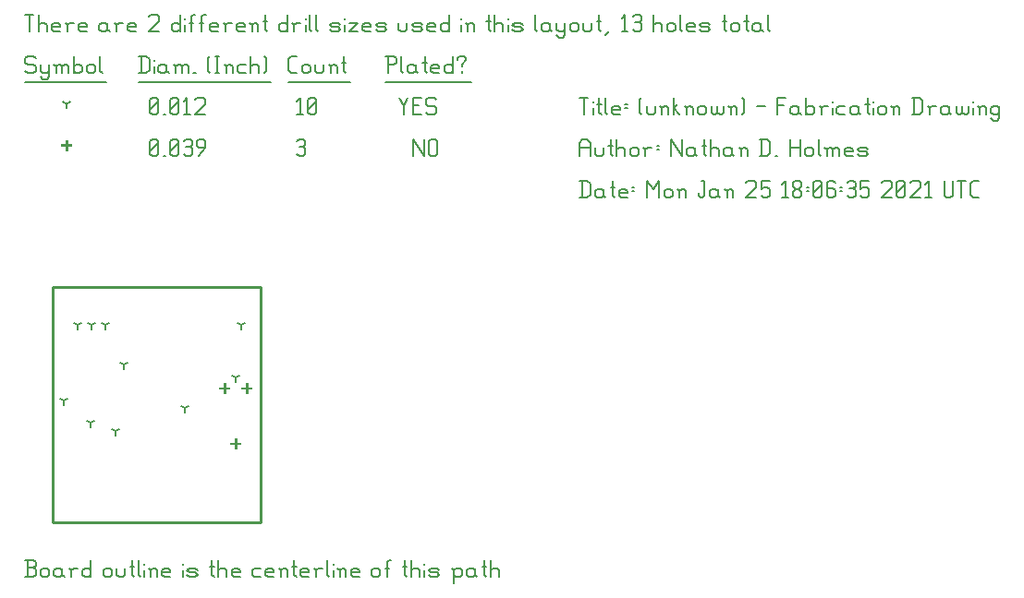
<source format=gbr>
G04 start of page 13 for group -3984 idx -3984 *
G04 Title: (unknown), fab *
G04 Creator: pcb 4.0.2 *
G04 CreationDate: Mon Jan 25 18:06:35 2021 UTC *
G04 For: ndholmes *
G04 Format: Gerber/RS-274X *
G04 PCB-Dimensions (mil): 950.00 1050.00 *
G04 PCB-Coordinate-Origin: lower left *
%MOIN*%
%FSLAX25Y25*%
%LNFAB*%
%ADD36C,0.0100*%
%ADD35C,0.0075*%
%ADD34C,0.0060*%
%ADD33R,0.0080X0.0080*%
G54D33*X76000Y40100D02*Y36900D01*
X74400Y38500D02*X77600D01*
X80000Y60100D02*Y56900D01*
X78400Y58500D02*X81600D01*
X72000Y60100D02*Y56900D01*
X70400Y58500D02*X73600D01*
X15000Y147850D02*Y144650D01*
X13400Y146250D02*X16600D01*
G54D34*X140000Y148500D02*Y142500D01*
Y148500D02*X143750Y142500D01*
Y148500D02*Y142500D01*
X145550Y147750D02*Y143250D01*
Y147750D02*X146300Y148500D01*
X147800D01*
X148550Y147750D01*
Y143250D01*
X147800Y142500D02*X148550Y143250D01*
X146300Y142500D02*X147800D01*
X145550Y143250D02*X146300Y142500D01*
X98000Y147750D02*X98750Y148500D01*
X100250D01*
X101000Y147750D01*
X100250Y142500D02*X101000Y143250D01*
X98750Y142500D02*X100250D01*
X98000Y143250D02*X98750Y142500D01*
Y145800D02*X100250D01*
X101000Y147750D02*Y146550D01*
Y145050D02*Y143250D01*
Y145050D02*X100250Y145800D01*
X101000Y146550D02*X100250Y145800D01*
X45000Y143250D02*X45750Y142500D01*
X45000Y147750D02*Y143250D01*
Y147750D02*X45750Y148500D01*
X47250D01*
X48000Y147750D01*
Y143250D01*
X47250Y142500D02*X48000Y143250D01*
X45750Y142500D02*X47250D01*
X45000Y144000D02*X48000Y147000D01*
X49800Y142500D02*X50550D01*
X52350Y143250D02*X53100Y142500D01*
X52350Y147750D02*Y143250D01*
Y147750D02*X53100Y148500D01*
X54600D01*
X55350Y147750D01*
Y143250D01*
X54600Y142500D02*X55350Y143250D01*
X53100Y142500D02*X54600D01*
X52350Y144000D02*X55350Y147000D01*
X57150Y147750D02*X57900Y148500D01*
X59400D01*
X60150Y147750D01*
X59400Y142500D02*X60150Y143250D01*
X57900Y142500D02*X59400D01*
X57150Y143250D02*X57900Y142500D01*
Y145800D02*X59400D01*
X60150Y147750D02*Y146550D01*
Y145050D02*Y143250D01*
Y145050D02*X59400Y145800D01*
X60150Y146550D02*X59400Y145800D01*
X62700Y142500D02*X64950Y145500D01*
Y147750D02*Y145500D01*
X64200Y148500D02*X64950Y147750D01*
X62700Y148500D02*X64200D01*
X61950Y147750D02*X62700Y148500D01*
X61950Y147750D02*Y146250D01*
X62700Y145500D01*
X64950D01*
X23500Y46000D02*Y44400D01*
Y46000D02*X24887Y46800D01*
X23500Y46000D02*X22113Y46800D01*
X78000Y81500D02*Y79900D01*
Y81500D02*X79387Y82300D01*
X78000Y81500D02*X76613Y82300D01*
X19000Y81500D02*Y79900D01*
Y81500D02*X20387Y82300D01*
X19000Y81500D02*X17613Y82300D01*
X24000Y81500D02*Y79900D01*
Y81500D02*X25387Y82300D01*
X24000Y81500D02*X22613Y82300D01*
X29000Y81500D02*Y79900D01*
Y81500D02*X30387Y82300D01*
X29000Y81500D02*X27613Y82300D01*
X32500Y43000D02*Y41400D01*
Y43000D02*X33887Y43800D01*
X32500Y43000D02*X31113Y43800D01*
X14000Y54000D02*Y52400D01*
Y54000D02*X15387Y54800D01*
X14000Y54000D02*X12613Y54800D01*
X35500Y67000D02*Y65400D01*
Y67000D02*X36887Y67800D01*
X35500Y67000D02*X34113Y67800D01*
X76000Y62500D02*Y60900D01*
Y62500D02*X77387Y63300D01*
X76000Y62500D02*X74613Y63300D01*
X57500Y51500D02*Y49900D01*
Y51500D02*X58887Y52300D01*
X57500Y51500D02*X56113Y52300D01*
X15000Y161250D02*Y159650D01*
Y161250D02*X16387Y162050D01*
X15000Y161250D02*X13613Y162050D01*
X135000Y163500D02*X136500Y160500D01*
X138000Y163500D01*
X136500Y160500D02*Y157500D01*
X139800Y160800D02*X142050D01*
X139800Y157500D02*X142800D01*
X139800Y163500D02*Y157500D01*
Y163500D02*X142800D01*
X147600D02*X148350Y162750D01*
X145350Y163500D02*X147600D01*
X144600Y162750D02*X145350Y163500D01*
X144600Y162750D02*Y161250D01*
X145350Y160500D01*
X147600D01*
X148350Y159750D01*
Y158250D01*
X147600Y157500D02*X148350Y158250D01*
X145350Y157500D02*X147600D01*
X144600Y158250D02*X145350Y157500D01*
X98000Y162300D02*X99200Y163500D01*
Y157500D01*
X98000D02*X100250D01*
X102050Y158250D02*X102800Y157500D01*
X102050Y162750D02*Y158250D01*
Y162750D02*X102800Y163500D01*
X104300D01*
X105050Y162750D01*
Y158250D01*
X104300Y157500D02*X105050Y158250D01*
X102800Y157500D02*X104300D01*
X102050Y159000D02*X105050Y162000D01*
X45000Y158250D02*X45750Y157500D01*
X45000Y162750D02*Y158250D01*
Y162750D02*X45750Y163500D01*
X47250D01*
X48000Y162750D01*
Y158250D01*
X47250Y157500D02*X48000Y158250D01*
X45750Y157500D02*X47250D01*
X45000Y159000D02*X48000Y162000D01*
X49800Y157500D02*X50550D01*
X52350Y158250D02*X53100Y157500D01*
X52350Y162750D02*Y158250D01*
Y162750D02*X53100Y163500D01*
X54600D01*
X55350Y162750D01*
Y158250D01*
X54600Y157500D02*X55350Y158250D01*
X53100Y157500D02*X54600D01*
X52350Y159000D02*X55350Y162000D01*
X57150Y162300D02*X58350Y163500D01*
Y157500D01*
X57150D02*X59400D01*
X61200Y162750D02*X61950Y163500D01*
X64200D01*
X64950Y162750D01*
Y161250D01*
X61200Y157500D02*X64950Y161250D01*
X61200Y157500D02*X64950D01*
X3000Y178500D02*X3750Y177750D01*
X750Y178500D02*X3000D01*
X0Y177750D02*X750Y178500D01*
X0Y177750D02*Y176250D01*
X750Y175500D01*
X3000D01*
X3750Y174750D01*
Y173250D01*
X3000Y172500D02*X3750Y173250D01*
X750Y172500D02*X3000D01*
X0Y173250D02*X750Y172500D01*
X5550Y175500D02*Y173250D01*
X6300Y172500D01*
X8550Y175500D02*Y171000D01*
X7800Y170250D02*X8550Y171000D01*
X6300Y170250D02*X7800D01*
X5550Y171000D02*X6300Y170250D01*
Y172500D02*X7800D01*
X8550Y173250D01*
X11100Y174750D02*Y172500D01*
Y174750D02*X11850Y175500D01*
X12600D01*
X13350Y174750D01*
Y172500D01*
Y174750D02*X14100Y175500D01*
X14850D01*
X15600Y174750D01*
Y172500D01*
X10350Y175500D02*X11100Y174750D01*
X17400Y178500D02*Y172500D01*
Y173250D02*X18150Y172500D01*
X19650D01*
X20400Y173250D01*
Y174750D02*Y173250D01*
X19650Y175500D02*X20400Y174750D01*
X18150Y175500D02*X19650D01*
X17400Y174750D02*X18150Y175500D01*
X22200Y174750D02*Y173250D01*
Y174750D02*X22950Y175500D01*
X24450D01*
X25200Y174750D01*
Y173250D01*
X24450Y172500D02*X25200Y173250D01*
X22950Y172500D02*X24450D01*
X22200Y173250D02*X22950Y172500D01*
X27000Y178500D02*Y173250D01*
X27750Y172500D01*
X0Y169250D02*X29250D01*
X41750Y178500D02*Y172500D01*
X43700Y178500D02*X44750Y177450D01*
Y173550D01*
X43700Y172500D02*X44750Y173550D01*
X41000Y172500D02*X43700D01*
X41000Y178500D02*X43700D01*
G54D35*X46550Y177000D02*Y176850D01*
G54D34*Y174750D02*Y172500D01*
X50300Y175500D02*X51050Y174750D01*
X48800Y175500D02*X50300D01*
X48050Y174750D02*X48800Y175500D01*
X48050Y174750D02*Y173250D01*
X48800Y172500D01*
X51050Y175500D02*Y173250D01*
X51800Y172500D01*
X48800D02*X50300D01*
X51050Y173250D01*
X54350Y174750D02*Y172500D01*
Y174750D02*X55100Y175500D01*
X55850D01*
X56600Y174750D01*
Y172500D01*
Y174750D02*X57350Y175500D01*
X58100D01*
X58850Y174750D01*
Y172500D01*
X53600Y175500D02*X54350Y174750D01*
X60650Y172500D02*X61400D01*
X65900Y173250D02*X66650Y172500D01*
X65900Y177750D02*X66650Y178500D01*
X65900Y177750D02*Y173250D01*
X68450Y178500D02*X69950D01*
X69200D02*Y172500D01*
X68450D02*X69950D01*
X72500Y174750D02*Y172500D01*
Y174750D02*X73250Y175500D01*
X74000D01*
X74750Y174750D01*
Y172500D01*
X71750Y175500D02*X72500Y174750D01*
X77300Y175500D02*X79550D01*
X76550Y174750D02*X77300Y175500D01*
X76550Y174750D02*Y173250D01*
X77300Y172500D01*
X79550D01*
X81350Y178500D02*Y172500D01*
Y174750D02*X82100Y175500D01*
X83600D01*
X84350Y174750D01*
Y172500D01*
X86150Y178500D02*X86900Y177750D01*
Y173250D01*
X86150Y172500D02*X86900Y173250D01*
X41000Y169250D02*X88700D01*
X96050Y172500D02*X98000D01*
X95000Y173550D02*X96050Y172500D01*
X95000Y177450D02*Y173550D01*
Y177450D02*X96050Y178500D01*
X98000D01*
X99800Y174750D02*Y173250D01*
Y174750D02*X100550Y175500D01*
X102050D01*
X102800Y174750D01*
Y173250D01*
X102050Y172500D02*X102800Y173250D01*
X100550Y172500D02*X102050D01*
X99800Y173250D02*X100550Y172500D01*
X104600Y175500D02*Y173250D01*
X105350Y172500D01*
X106850D01*
X107600Y173250D01*
Y175500D02*Y173250D01*
X110150Y174750D02*Y172500D01*
Y174750D02*X110900Y175500D01*
X111650D01*
X112400Y174750D01*
Y172500D01*
X109400Y175500D02*X110150Y174750D01*
X114950Y178500D02*Y173250D01*
X115700Y172500D01*
X114200Y176250D02*X115700D01*
X95000Y169250D02*X117200D01*
X130750Y178500D02*Y172500D01*
X130000Y178500D02*X133000D01*
X133750Y177750D01*
Y176250D01*
X133000Y175500D02*X133750Y176250D01*
X130750Y175500D02*X133000D01*
X135550Y178500D02*Y173250D01*
X136300Y172500D01*
X140050Y175500D02*X140800Y174750D01*
X138550Y175500D02*X140050D01*
X137800Y174750D02*X138550Y175500D01*
X137800Y174750D02*Y173250D01*
X138550Y172500D01*
X140800Y175500D02*Y173250D01*
X141550Y172500D01*
X138550D02*X140050D01*
X140800Y173250D01*
X144100Y178500D02*Y173250D01*
X144850Y172500D01*
X143350Y176250D02*X144850D01*
X147100Y172500D02*X149350D01*
X146350Y173250D02*X147100Y172500D01*
X146350Y174750D02*Y173250D01*
Y174750D02*X147100Y175500D01*
X148600D01*
X149350Y174750D01*
X146350Y174000D02*X149350D01*
Y174750D02*Y174000D01*
X154150Y178500D02*Y172500D01*
X153400D02*X154150Y173250D01*
X151900Y172500D02*X153400D01*
X151150Y173250D02*X151900Y172500D01*
X151150Y174750D02*Y173250D01*
Y174750D02*X151900Y175500D01*
X153400D01*
X154150Y174750D01*
X157450Y175500D02*Y174750D01*
Y173250D02*Y172500D01*
X155950Y177750D02*Y177000D01*
Y177750D02*X156700Y178500D01*
X158200D01*
X158950Y177750D01*
Y177000D01*
X157450Y175500D02*X158950Y177000D01*
X130000Y169250D02*X160750D01*
X0Y193500D02*X3000D01*
X1500D02*Y187500D01*
X4800Y193500D02*Y187500D01*
Y189750D02*X5550Y190500D01*
X7050D01*
X7800Y189750D01*
Y187500D01*
X10350D02*X12600D01*
X9600Y188250D02*X10350Y187500D01*
X9600Y189750D02*Y188250D01*
Y189750D02*X10350Y190500D01*
X11850D01*
X12600Y189750D01*
X9600Y189000D02*X12600D01*
Y189750D02*Y189000D01*
X15150Y189750D02*Y187500D01*
Y189750D02*X15900Y190500D01*
X17400D01*
X14400D02*X15150Y189750D01*
X19950Y187500D02*X22200D01*
X19200Y188250D02*X19950Y187500D01*
X19200Y189750D02*Y188250D01*
Y189750D02*X19950Y190500D01*
X21450D01*
X22200Y189750D01*
X19200Y189000D02*X22200D01*
Y189750D02*Y189000D01*
X28950Y190500D02*X29700Y189750D01*
X27450Y190500D02*X28950D01*
X26700Y189750D02*X27450Y190500D01*
X26700Y189750D02*Y188250D01*
X27450Y187500D01*
X29700Y190500D02*Y188250D01*
X30450Y187500D01*
X27450D02*X28950D01*
X29700Y188250D01*
X33000Y189750D02*Y187500D01*
Y189750D02*X33750Y190500D01*
X35250D01*
X32250D02*X33000Y189750D01*
X37800Y187500D02*X40050D01*
X37050Y188250D02*X37800Y187500D01*
X37050Y189750D02*Y188250D01*
Y189750D02*X37800Y190500D01*
X39300D01*
X40050Y189750D01*
X37050Y189000D02*X40050D01*
Y189750D02*Y189000D01*
X44550Y192750D02*X45300Y193500D01*
X47550D01*
X48300Y192750D01*
Y191250D01*
X44550Y187500D02*X48300Y191250D01*
X44550Y187500D02*X48300D01*
X55800Y193500D02*Y187500D01*
X55050D02*X55800Y188250D01*
X53550Y187500D02*X55050D01*
X52800Y188250D02*X53550Y187500D01*
X52800Y189750D02*Y188250D01*
Y189750D02*X53550Y190500D01*
X55050D01*
X55800Y189750D01*
G54D35*X57600Y192000D02*Y191850D01*
G54D34*Y189750D02*Y187500D01*
X59850Y192750D02*Y187500D01*
Y192750D02*X60600Y193500D01*
X61350D01*
X59100Y190500D02*X60600D01*
X63600Y192750D02*Y187500D01*
Y192750D02*X64350Y193500D01*
X65100D01*
X62850Y190500D02*X64350D01*
X67350Y187500D02*X69600D01*
X66600Y188250D02*X67350Y187500D01*
X66600Y189750D02*Y188250D01*
Y189750D02*X67350Y190500D01*
X68850D01*
X69600Y189750D01*
X66600Y189000D02*X69600D01*
Y189750D02*Y189000D01*
X72150Y189750D02*Y187500D01*
Y189750D02*X72900Y190500D01*
X74400D01*
X71400D02*X72150Y189750D01*
X76950Y187500D02*X79200D01*
X76200Y188250D02*X76950Y187500D01*
X76200Y189750D02*Y188250D01*
Y189750D02*X76950Y190500D01*
X78450D01*
X79200Y189750D01*
X76200Y189000D02*X79200D01*
Y189750D02*Y189000D01*
X81750Y189750D02*Y187500D01*
Y189750D02*X82500Y190500D01*
X83250D01*
X84000Y189750D01*
Y187500D01*
X81000Y190500D02*X81750Y189750D01*
X86550Y193500D02*Y188250D01*
X87300Y187500D01*
X85800Y191250D02*X87300D01*
X94500Y193500D02*Y187500D01*
X93750D02*X94500Y188250D01*
X92250Y187500D02*X93750D01*
X91500Y188250D02*X92250Y187500D01*
X91500Y189750D02*Y188250D01*
Y189750D02*X92250Y190500D01*
X93750D01*
X94500Y189750D01*
X97050D02*Y187500D01*
Y189750D02*X97800Y190500D01*
X99300D01*
X96300D02*X97050Y189750D01*
G54D35*X101100Y192000D02*Y191850D01*
G54D34*Y189750D02*Y187500D01*
X102600Y193500D02*Y188250D01*
X103350Y187500D01*
X104850Y193500D02*Y188250D01*
X105600Y187500D01*
X110550D02*X112800D01*
X113550Y188250D01*
X112800Y189000D02*X113550Y188250D01*
X110550Y189000D02*X112800D01*
X109800Y189750D02*X110550Y189000D01*
X109800Y189750D02*X110550Y190500D01*
X112800D01*
X113550Y189750D01*
X109800Y188250D02*X110550Y187500D01*
G54D35*X115350Y192000D02*Y191850D01*
G54D34*Y189750D02*Y187500D01*
X116850Y190500D02*X119850D01*
X116850Y187500D02*X119850Y190500D01*
X116850Y187500D02*X119850D01*
X122400D02*X124650D01*
X121650Y188250D02*X122400Y187500D01*
X121650Y189750D02*Y188250D01*
Y189750D02*X122400Y190500D01*
X123900D01*
X124650Y189750D01*
X121650Y189000D02*X124650D01*
Y189750D02*Y189000D01*
X127200Y187500D02*X129450D01*
X130200Y188250D01*
X129450Y189000D02*X130200Y188250D01*
X127200Y189000D02*X129450D01*
X126450Y189750D02*X127200Y189000D01*
X126450Y189750D02*X127200Y190500D01*
X129450D01*
X130200Y189750D01*
X126450Y188250D02*X127200Y187500D01*
X134700Y190500D02*Y188250D01*
X135450Y187500D01*
X136950D01*
X137700Y188250D01*
Y190500D02*Y188250D01*
X140250Y187500D02*X142500D01*
X143250Y188250D01*
X142500Y189000D02*X143250Y188250D01*
X140250Y189000D02*X142500D01*
X139500Y189750D02*X140250Y189000D01*
X139500Y189750D02*X140250Y190500D01*
X142500D01*
X143250Y189750D01*
X139500Y188250D02*X140250Y187500D01*
X145800D02*X148050D01*
X145050Y188250D02*X145800Y187500D01*
X145050Y189750D02*Y188250D01*
Y189750D02*X145800Y190500D01*
X147300D01*
X148050Y189750D01*
X145050Y189000D02*X148050D01*
Y189750D02*Y189000D01*
X152850Y193500D02*Y187500D01*
X152100D02*X152850Y188250D01*
X150600Y187500D02*X152100D01*
X149850Y188250D02*X150600Y187500D01*
X149850Y189750D02*Y188250D01*
Y189750D02*X150600Y190500D01*
X152100D01*
X152850Y189750D01*
G54D35*X157350Y192000D02*Y191850D01*
G54D34*Y189750D02*Y187500D01*
X159600Y189750D02*Y187500D01*
Y189750D02*X160350Y190500D01*
X161100D01*
X161850Y189750D01*
Y187500D01*
X158850Y190500D02*X159600Y189750D01*
X167100Y193500D02*Y188250D01*
X167850Y187500D01*
X166350Y191250D02*X167850D01*
X169350Y193500D02*Y187500D01*
Y189750D02*X170100Y190500D01*
X171600D01*
X172350Y189750D01*
Y187500D01*
G54D35*X174150Y192000D02*Y191850D01*
G54D34*Y189750D02*Y187500D01*
X176400D02*X178650D01*
X179400Y188250D01*
X178650Y189000D02*X179400Y188250D01*
X176400Y189000D02*X178650D01*
X175650Y189750D02*X176400Y189000D01*
X175650Y189750D02*X176400Y190500D01*
X178650D01*
X179400Y189750D01*
X175650Y188250D02*X176400Y187500D01*
X183900Y193500D02*Y188250D01*
X184650Y187500D01*
X188400Y190500D02*X189150Y189750D01*
X186900Y190500D02*X188400D01*
X186150Y189750D02*X186900Y190500D01*
X186150Y189750D02*Y188250D01*
X186900Y187500D01*
X189150Y190500D02*Y188250D01*
X189900Y187500D01*
X186900D02*X188400D01*
X189150Y188250D01*
X191700Y190500D02*Y188250D01*
X192450Y187500D01*
X194700Y190500D02*Y186000D01*
X193950Y185250D02*X194700Y186000D01*
X192450Y185250D02*X193950D01*
X191700Y186000D02*X192450Y185250D01*
Y187500D02*X193950D01*
X194700Y188250D01*
X196500Y189750D02*Y188250D01*
Y189750D02*X197250Y190500D01*
X198750D01*
X199500Y189750D01*
Y188250D01*
X198750Y187500D02*X199500Y188250D01*
X197250Y187500D02*X198750D01*
X196500Y188250D02*X197250Y187500D01*
X201300Y190500D02*Y188250D01*
X202050Y187500D01*
X203550D01*
X204300Y188250D01*
Y190500D02*Y188250D01*
X206850Y193500D02*Y188250D01*
X207600Y187500D01*
X206100Y191250D02*X207600D01*
X209100Y186000D02*X210600Y187500D01*
X215100Y192300D02*X216300Y193500D01*
Y187500D01*
X215100D02*X217350D01*
X219150Y192750D02*X219900Y193500D01*
X221400D01*
X222150Y192750D01*
X221400Y187500D02*X222150Y188250D01*
X219900Y187500D02*X221400D01*
X219150Y188250D02*X219900Y187500D01*
Y190800D02*X221400D01*
X222150Y192750D02*Y191550D01*
Y190050D02*Y188250D01*
Y190050D02*X221400Y190800D01*
X222150Y191550D02*X221400Y190800D01*
X226650Y193500D02*Y187500D01*
Y189750D02*X227400Y190500D01*
X228900D01*
X229650Y189750D01*
Y187500D01*
X231450Y189750D02*Y188250D01*
Y189750D02*X232200Y190500D01*
X233700D01*
X234450Y189750D01*
Y188250D01*
X233700Y187500D02*X234450Y188250D01*
X232200Y187500D02*X233700D01*
X231450Y188250D02*X232200Y187500D01*
X236250Y193500D02*Y188250D01*
X237000Y187500D01*
X239250D02*X241500D01*
X238500Y188250D02*X239250Y187500D01*
X238500Y189750D02*Y188250D01*
Y189750D02*X239250Y190500D01*
X240750D01*
X241500Y189750D01*
X238500Y189000D02*X241500D01*
Y189750D02*Y189000D01*
X244050Y187500D02*X246300D01*
X247050Y188250D01*
X246300Y189000D02*X247050Y188250D01*
X244050Y189000D02*X246300D01*
X243300Y189750D02*X244050Y189000D01*
X243300Y189750D02*X244050Y190500D01*
X246300D01*
X247050Y189750D01*
X243300Y188250D02*X244050Y187500D01*
X252300Y193500D02*Y188250D01*
X253050Y187500D01*
X251550Y191250D02*X253050D01*
X254550Y189750D02*Y188250D01*
Y189750D02*X255300Y190500D01*
X256800D01*
X257550Y189750D01*
Y188250D01*
X256800Y187500D02*X257550Y188250D01*
X255300Y187500D02*X256800D01*
X254550Y188250D02*X255300Y187500D01*
X260100Y193500D02*Y188250D01*
X260850Y187500D01*
X259350Y191250D02*X260850D01*
X264600Y190500D02*X265350Y189750D01*
X263100Y190500D02*X264600D01*
X262350Y189750D02*X263100Y190500D01*
X262350Y189750D02*Y188250D01*
X263100Y187500D01*
X265350Y190500D02*Y188250D01*
X266100Y187500D01*
X263100D02*X264600D01*
X265350Y188250D01*
X267900Y193500D02*Y188250D01*
X268650Y187500D01*
G54D36*X10000Y95000D02*X85000D01*
Y10000D01*
X10000D01*
Y95000D01*
G54D34*X0Y-9500D02*X3000D01*
X3750Y-8750D01*
Y-6950D02*Y-8750D01*
X3000Y-6200D02*X3750Y-6950D01*
X750Y-6200D02*X3000D01*
X750Y-3500D02*Y-9500D01*
X0Y-3500D02*X3000D01*
X3750Y-4250D01*
Y-5450D01*
X3000Y-6200D02*X3750Y-5450D01*
X5550Y-7250D02*Y-8750D01*
Y-7250D02*X6300Y-6500D01*
X7800D01*
X8550Y-7250D01*
Y-8750D01*
X7800Y-9500D02*X8550Y-8750D01*
X6300Y-9500D02*X7800D01*
X5550Y-8750D02*X6300Y-9500D01*
X12600Y-6500D02*X13350Y-7250D01*
X11100Y-6500D02*X12600D01*
X10350Y-7250D02*X11100Y-6500D01*
X10350Y-7250D02*Y-8750D01*
X11100Y-9500D01*
X13350Y-6500D02*Y-8750D01*
X14100Y-9500D01*
X11100D02*X12600D01*
X13350Y-8750D01*
X16650Y-7250D02*Y-9500D01*
Y-7250D02*X17400Y-6500D01*
X18900D01*
X15900D02*X16650Y-7250D01*
X23700Y-3500D02*Y-9500D01*
X22950D02*X23700Y-8750D01*
X21450Y-9500D02*X22950D01*
X20700Y-8750D02*X21450Y-9500D01*
X20700Y-7250D02*Y-8750D01*
Y-7250D02*X21450Y-6500D01*
X22950D01*
X23700Y-7250D01*
X28200D02*Y-8750D01*
Y-7250D02*X28950Y-6500D01*
X30450D01*
X31200Y-7250D01*
Y-8750D01*
X30450Y-9500D02*X31200Y-8750D01*
X28950Y-9500D02*X30450D01*
X28200Y-8750D02*X28950Y-9500D01*
X33000Y-6500D02*Y-8750D01*
X33750Y-9500D01*
X35250D01*
X36000Y-8750D01*
Y-6500D02*Y-8750D01*
X38550Y-3500D02*Y-8750D01*
X39300Y-9500D01*
X37800Y-5750D02*X39300D01*
X40800Y-3500D02*Y-8750D01*
X41550Y-9500D01*
G54D35*X43050Y-5000D02*Y-5150D01*
G54D34*Y-7250D02*Y-9500D01*
X45300Y-7250D02*Y-9500D01*
Y-7250D02*X46050Y-6500D01*
X46800D01*
X47550Y-7250D01*
Y-9500D01*
X44550Y-6500D02*X45300Y-7250D01*
X50100Y-9500D02*X52350D01*
X49350Y-8750D02*X50100Y-9500D01*
X49350Y-7250D02*Y-8750D01*
Y-7250D02*X50100Y-6500D01*
X51600D01*
X52350Y-7250D01*
X49350Y-8000D02*X52350D01*
Y-7250D02*Y-8000D01*
G54D35*X56850Y-5000D02*Y-5150D01*
G54D34*Y-7250D02*Y-9500D01*
X59100D02*X61350D01*
X62100Y-8750D01*
X61350Y-8000D02*X62100Y-8750D01*
X59100Y-8000D02*X61350D01*
X58350Y-7250D02*X59100Y-8000D01*
X58350Y-7250D02*X59100Y-6500D01*
X61350D01*
X62100Y-7250D01*
X58350Y-8750D02*X59100Y-9500D01*
X67350Y-3500D02*Y-8750D01*
X68100Y-9500D01*
X66600Y-5750D02*X68100D01*
X69600Y-3500D02*Y-9500D01*
Y-7250D02*X70350Y-6500D01*
X71850D01*
X72600Y-7250D01*
Y-9500D01*
X75150D02*X77400D01*
X74400Y-8750D02*X75150Y-9500D01*
X74400Y-7250D02*Y-8750D01*
Y-7250D02*X75150Y-6500D01*
X76650D01*
X77400Y-7250D01*
X74400Y-8000D02*X77400D01*
Y-7250D02*Y-8000D01*
X82650Y-6500D02*X84900D01*
X81900Y-7250D02*X82650Y-6500D01*
X81900Y-7250D02*Y-8750D01*
X82650Y-9500D01*
X84900D01*
X87450D02*X89700D01*
X86700Y-8750D02*X87450Y-9500D01*
X86700Y-7250D02*Y-8750D01*
Y-7250D02*X87450Y-6500D01*
X88950D01*
X89700Y-7250D01*
X86700Y-8000D02*X89700D01*
Y-7250D02*Y-8000D01*
X92250Y-7250D02*Y-9500D01*
Y-7250D02*X93000Y-6500D01*
X93750D01*
X94500Y-7250D01*
Y-9500D01*
X91500Y-6500D02*X92250Y-7250D01*
X97050Y-3500D02*Y-8750D01*
X97800Y-9500D01*
X96300Y-5750D02*X97800D01*
X100050Y-9500D02*X102300D01*
X99300Y-8750D02*X100050Y-9500D01*
X99300Y-7250D02*Y-8750D01*
Y-7250D02*X100050Y-6500D01*
X101550D01*
X102300Y-7250D01*
X99300Y-8000D02*X102300D01*
Y-7250D02*Y-8000D01*
X104850Y-7250D02*Y-9500D01*
Y-7250D02*X105600Y-6500D01*
X107100D01*
X104100D02*X104850Y-7250D01*
X108900Y-3500D02*Y-8750D01*
X109650Y-9500D01*
G54D35*X111150Y-5000D02*Y-5150D01*
G54D34*Y-7250D02*Y-9500D01*
X113400Y-7250D02*Y-9500D01*
Y-7250D02*X114150Y-6500D01*
X114900D01*
X115650Y-7250D01*
Y-9500D01*
X112650Y-6500D02*X113400Y-7250D01*
X118200Y-9500D02*X120450D01*
X117450Y-8750D02*X118200Y-9500D01*
X117450Y-7250D02*Y-8750D01*
Y-7250D02*X118200Y-6500D01*
X119700D01*
X120450Y-7250D01*
X117450Y-8000D02*X120450D01*
Y-7250D02*Y-8000D01*
X124950Y-7250D02*Y-8750D01*
Y-7250D02*X125700Y-6500D01*
X127200D01*
X127950Y-7250D01*
Y-8750D01*
X127200Y-9500D02*X127950Y-8750D01*
X125700Y-9500D02*X127200D01*
X124950Y-8750D02*X125700Y-9500D01*
X130500Y-4250D02*Y-9500D01*
Y-4250D02*X131250Y-3500D01*
X132000D01*
X129750Y-6500D02*X131250D01*
X136950Y-3500D02*Y-8750D01*
X137700Y-9500D01*
X136200Y-5750D02*X137700D01*
X139200Y-3500D02*Y-9500D01*
Y-7250D02*X139950Y-6500D01*
X141450D01*
X142200Y-7250D01*
Y-9500D01*
G54D35*X144000Y-5000D02*Y-5150D01*
G54D34*Y-7250D02*Y-9500D01*
X146250D02*X148500D01*
X149250Y-8750D01*
X148500Y-8000D02*X149250Y-8750D01*
X146250Y-8000D02*X148500D01*
X145500Y-7250D02*X146250Y-8000D01*
X145500Y-7250D02*X146250Y-6500D01*
X148500D01*
X149250Y-7250D01*
X145500Y-8750D02*X146250Y-9500D01*
X154500Y-7250D02*Y-11750D01*
X153750Y-6500D02*X154500Y-7250D01*
X155250Y-6500D01*
X156750D01*
X157500Y-7250D01*
Y-8750D01*
X156750Y-9500D02*X157500Y-8750D01*
X155250Y-9500D02*X156750D01*
X154500Y-8750D02*X155250Y-9500D01*
X161550Y-6500D02*X162300Y-7250D01*
X160050Y-6500D02*X161550D01*
X159300Y-7250D02*X160050Y-6500D01*
X159300Y-7250D02*Y-8750D01*
X160050Y-9500D01*
X162300Y-6500D02*Y-8750D01*
X163050Y-9500D01*
X160050D02*X161550D01*
X162300Y-8750D01*
X165600Y-3500D02*Y-8750D01*
X166350Y-9500D01*
X164850Y-5750D02*X166350D01*
X167850Y-3500D02*Y-9500D01*
Y-7250D02*X168600Y-6500D01*
X170100D01*
X170850Y-7250D01*
Y-9500D01*
X200750Y133500D02*Y127500D01*
X202700Y133500D02*X203750Y132450D01*
Y128550D01*
X202700Y127500D02*X203750Y128550D01*
X200000Y127500D02*X202700D01*
X200000Y133500D02*X202700D01*
X207800Y130500D02*X208550Y129750D01*
X206300Y130500D02*X207800D01*
X205550Y129750D02*X206300Y130500D01*
X205550Y129750D02*Y128250D01*
X206300Y127500D01*
X208550Y130500D02*Y128250D01*
X209300Y127500D01*
X206300D02*X207800D01*
X208550Y128250D01*
X211850Y133500D02*Y128250D01*
X212600Y127500D01*
X211100Y131250D02*X212600D01*
X214850Y127500D02*X217100D01*
X214100Y128250D02*X214850Y127500D01*
X214100Y129750D02*Y128250D01*
Y129750D02*X214850Y130500D01*
X216350D01*
X217100Y129750D01*
X214100Y129000D02*X217100D01*
Y129750D02*Y129000D01*
X218900Y131250D02*X219650D01*
X218900Y129750D02*X219650D01*
X224150Y133500D02*Y127500D01*
Y133500D02*X226400Y130500D01*
X228650Y133500D01*
Y127500D01*
X230450Y129750D02*Y128250D01*
Y129750D02*X231200Y130500D01*
X232700D01*
X233450Y129750D01*
Y128250D01*
X232700Y127500D02*X233450Y128250D01*
X231200Y127500D02*X232700D01*
X230450Y128250D02*X231200Y127500D01*
X236000Y129750D02*Y127500D01*
Y129750D02*X236750Y130500D01*
X237500D01*
X238250Y129750D01*
Y127500D01*
X235250Y130500D02*X236000Y129750D01*
X243800Y133500D02*X245000D01*
Y128250D01*
X244250Y127500D02*X245000Y128250D01*
X243500Y127500D02*X244250D01*
X242750Y128250D02*X243500Y127500D01*
X242750Y129000D02*Y128250D01*
X249050Y130500D02*X249800Y129750D01*
X247550Y130500D02*X249050D01*
X246800Y129750D02*X247550Y130500D01*
X246800Y129750D02*Y128250D01*
X247550Y127500D01*
X249800Y130500D02*Y128250D01*
X250550Y127500D01*
X247550D02*X249050D01*
X249800Y128250D01*
X253100Y129750D02*Y127500D01*
Y129750D02*X253850Y130500D01*
X254600D01*
X255350Y129750D01*
Y127500D01*
X252350Y130500D02*X253100Y129750D01*
X259850Y132750D02*X260600Y133500D01*
X262850D01*
X263600Y132750D01*
Y131250D01*
X259850Y127500D02*X263600Y131250D01*
X259850Y127500D02*X263600D01*
X265400Y133500D02*X268400D01*
X265400D02*Y130500D01*
X266150Y131250D01*
X267650D01*
X268400Y130500D01*
Y128250D01*
X267650Y127500D02*X268400Y128250D01*
X266150Y127500D02*X267650D01*
X265400Y128250D02*X266150Y127500D01*
X272900Y132300D02*X274100Y133500D01*
Y127500D01*
X272900D02*X275150D01*
X276950Y128250D02*X277700Y127500D01*
X276950Y129450D02*Y128250D01*
Y129450D02*X278000Y130500D01*
X278900D01*
X279950Y129450D01*
Y128250D01*
X279200Y127500D02*X279950Y128250D01*
X277700Y127500D02*X279200D01*
X276950Y131550D02*X278000Y130500D01*
X276950Y132750D02*Y131550D01*
Y132750D02*X277700Y133500D01*
X279200D01*
X279950Y132750D01*
Y131550D01*
X278900Y130500D02*X279950Y131550D01*
X281750Y131250D02*X282500D01*
X281750Y129750D02*X282500D01*
X284300Y128250D02*X285050Y127500D01*
X284300Y132750D02*Y128250D01*
Y132750D02*X285050Y133500D01*
X286550D01*
X287300Y132750D01*
Y128250D01*
X286550Y127500D02*X287300Y128250D01*
X285050Y127500D02*X286550D01*
X284300Y129000D02*X287300Y132000D01*
X291350Y133500D02*X292100Y132750D01*
X289850Y133500D02*X291350D01*
X289100Y132750D02*X289850Y133500D01*
X289100Y132750D02*Y128250D01*
X289850Y127500D01*
X291350Y130800D02*X292100Y130050D01*
X289100Y130800D02*X291350D01*
X289850Y127500D02*X291350D01*
X292100Y128250D01*
Y130050D02*Y128250D01*
X293900Y131250D02*X294650D01*
X293900Y129750D02*X294650D01*
X296450Y132750D02*X297200Y133500D01*
X298700D01*
X299450Y132750D01*
X298700Y127500D02*X299450Y128250D01*
X297200Y127500D02*X298700D01*
X296450Y128250D02*X297200Y127500D01*
Y130800D02*X298700D01*
X299450Y132750D02*Y131550D01*
Y130050D02*Y128250D01*
Y130050D02*X298700Y130800D01*
X299450Y131550D02*X298700Y130800D01*
X301250Y133500D02*X304250D01*
X301250D02*Y130500D01*
X302000Y131250D01*
X303500D01*
X304250Y130500D01*
Y128250D01*
X303500Y127500D02*X304250Y128250D01*
X302000Y127500D02*X303500D01*
X301250Y128250D02*X302000Y127500D01*
X308750Y132750D02*X309500Y133500D01*
X311750D01*
X312500Y132750D01*
Y131250D01*
X308750Y127500D02*X312500Y131250D01*
X308750Y127500D02*X312500D01*
X314300Y128250D02*X315050Y127500D01*
X314300Y132750D02*Y128250D01*
Y132750D02*X315050Y133500D01*
X316550D01*
X317300Y132750D01*
Y128250D01*
X316550Y127500D02*X317300Y128250D01*
X315050Y127500D02*X316550D01*
X314300Y129000D02*X317300Y132000D01*
X319100Y132750D02*X319850Y133500D01*
X322100D01*
X322850Y132750D01*
Y131250D01*
X319100Y127500D02*X322850Y131250D01*
X319100Y127500D02*X322850D01*
X324650Y132300D02*X325850Y133500D01*
Y127500D01*
X324650D02*X326900D01*
X331400Y133500D02*Y128250D01*
X332150Y127500D01*
X333650D01*
X334400Y128250D01*
Y133500D02*Y128250D01*
X336200Y133500D02*X339200D01*
X337700D02*Y127500D01*
X342050D02*X344000D01*
X341000Y128550D02*X342050Y127500D01*
X341000Y132450D02*Y128550D01*
Y132450D02*X342050Y133500D01*
X344000D01*
X200000Y147000D02*Y142500D01*
Y147000D02*X201050Y148500D01*
X202700D01*
X203750Y147000D01*
Y142500D01*
X200000Y145500D02*X203750D01*
X205550D02*Y143250D01*
X206300Y142500D01*
X207800D01*
X208550Y143250D01*
Y145500D02*Y143250D01*
X211100Y148500D02*Y143250D01*
X211850Y142500D01*
X210350Y146250D02*X211850D01*
X213350Y148500D02*Y142500D01*
Y144750D02*X214100Y145500D01*
X215600D01*
X216350Y144750D01*
Y142500D01*
X218150Y144750D02*Y143250D01*
Y144750D02*X218900Y145500D01*
X220400D01*
X221150Y144750D01*
Y143250D01*
X220400Y142500D02*X221150Y143250D01*
X218900Y142500D02*X220400D01*
X218150Y143250D02*X218900Y142500D01*
X223700Y144750D02*Y142500D01*
Y144750D02*X224450Y145500D01*
X225950D01*
X222950D02*X223700Y144750D01*
X227750Y146250D02*X228500D01*
X227750Y144750D02*X228500D01*
X233000Y148500D02*Y142500D01*
Y148500D02*X236750Y142500D01*
Y148500D02*Y142500D01*
X240800Y145500D02*X241550Y144750D01*
X239300Y145500D02*X240800D01*
X238550Y144750D02*X239300Y145500D01*
X238550Y144750D02*Y143250D01*
X239300Y142500D01*
X241550Y145500D02*Y143250D01*
X242300Y142500D01*
X239300D02*X240800D01*
X241550Y143250D01*
X244850Y148500D02*Y143250D01*
X245600Y142500D01*
X244100Y146250D02*X245600D01*
X247100Y148500D02*Y142500D01*
Y144750D02*X247850Y145500D01*
X249350D01*
X250100Y144750D01*
Y142500D01*
X254150Y145500D02*X254900Y144750D01*
X252650Y145500D02*X254150D01*
X251900Y144750D02*X252650Y145500D01*
X251900Y144750D02*Y143250D01*
X252650Y142500D01*
X254900Y145500D02*Y143250D01*
X255650Y142500D01*
X252650D02*X254150D01*
X254900Y143250D01*
X258200Y144750D02*Y142500D01*
Y144750D02*X258950Y145500D01*
X259700D01*
X260450Y144750D01*
Y142500D01*
X257450Y145500D02*X258200Y144750D01*
X265700Y148500D02*Y142500D01*
X267650Y148500D02*X268700Y147450D01*
Y143550D01*
X267650Y142500D02*X268700Y143550D01*
X264950Y142500D02*X267650D01*
X264950Y148500D02*X267650D01*
X270500Y142500D02*X271250D01*
X275750Y148500D02*Y142500D01*
X279500Y148500D02*Y142500D01*
X275750Y145500D02*X279500D01*
X281300Y144750D02*Y143250D01*
Y144750D02*X282050Y145500D01*
X283550D01*
X284300Y144750D01*
Y143250D01*
X283550Y142500D02*X284300Y143250D01*
X282050Y142500D02*X283550D01*
X281300Y143250D02*X282050Y142500D01*
X286100Y148500D02*Y143250D01*
X286850Y142500D01*
X289100Y144750D02*Y142500D01*
Y144750D02*X289850Y145500D01*
X290600D01*
X291350Y144750D01*
Y142500D01*
Y144750D02*X292100Y145500D01*
X292850D01*
X293600Y144750D01*
Y142500D01*
X288350Y145500D02*X289100Y144750D01*
X296150Y142500D02*X298400D01*
X295400Y143250D02*X296150Y142500D01*
X295400Y144750D02*Y143250D01*
Y144750D02*X296150Y145500D01*
X297650D01*
X298400Y144750D01*
X295400Y144000D02*X298400D01*
Y144750D02*Y144000D01*
X300950Y142500D02*X303200D01*
X303950Y143250D01*
X303200Y144000D02*X303950Y143250D01*
X300950Y144000D02*X303200D01*
X300200Y144750D02*X300950Y144000D01*
X300200Y144750D02*X300950Y145500D01*
X303200D01*
X303950Y144750D01*
X300200Y143250D02*X300950Y142500D01*
X200000Y163500D02*X203000D01*
X201500D02*Y157500D01*
G54D35*X204800Y162000D02*Y161850D01*
G54D34*Y159750D02*Y157500D01*
X207050Y163500D02*Y158250D01*
X207800Y157500D01*
X206300Y161250D02*X207800D01*
X209300Y163500D02*Y158250D01*
X210050Y157500D01*
X212300D02*X214550D01*
X211550Y158250D02*X212300Y157500D01*
X211550Y159750D02*Y158250D01*
Y159750D02*X212300Y160500D01*
X213800D01*
X214550Y159750D01*
X211550Y159000D02*X214550D01*
Y159750D02*Y159000D01*
X216350Y161250D02*X217100D01*
X216350Y159750D02*X217100D01*
X221600Y158250D02*X222350Y157500D01*
X221600Y162750D02*X222350Y163500D01*
X221600Y162750D02*Y158250D01*
X224150Y160500D02*Y158250D01*
X224900Y157500D01*
X226400D01*
X227150Y158250D01*
Y160500D02*Y158250D01*
X229700Y159750D02*Y157500D01*
Y159750D02*X230450Y160500D01*
X231200D01*
X231950Y159750D01*
Y157500D01*
X228950Y160500D02*X229700Y159750D01*
X233750Y163500D02*Y157500D01*
Y159750D02*X236000Y157500D01*
X233750Y159750D02*X235250Y161250D01*
X238550Y159750D02*Y157500D01*
Y159750D02*X239300Y160500D01*
X240050D01*
X240800Y159750D01*
Y157500D01*
X237800Y160500D02*X238550Y159750D01*
X242600D02*Y158250D01*
Y159750D02*X243350Y160500D01*
X244850D01*
X245600Y159750D01*
Y158250D01*
X244850Y157500D02*X245600Y158250D01*
X243350Y157500D02*X244850D01*
X242600Y158250D02*X243350Y157500D01*
X247400Y160500D02*Y158250D01*
X248150Y157500D01*
X248900D01*
X249650Y158250D01*
Y160500D02*Y158250D01*
X250400Y157500D01*
X251150D01*
X251900Y158250D01*
Y160500D02*Y158250D01*
X254450Y159750D02*Y157500D01*
Y159750D02*X255200Y160500D01*
X255950D01*
X256700Y159750D01*
Y157500D01*
X253700Y160500D02*X254450Y159750D01*
X258500Y163500D02*X259250Y162750D01*
Y158250D01*
X258500Y157500D02*X259250Y158250D01*
X263750Y160500D02*X266750D01*
X271250Y163500D02*Y157500D01*
Y163500D02*X274250D01*
X271250Y160800D02*X273500D01*
X278300Y160500D02*X279050Y159750D01*
X276800Y160500D02*X278300D01*
X276050Y159750D02*X276800Y160500D01*
X276050Y159750D02*Y158250D01*
X276800Y157500D01*
X279050Y160500D02*Y158250D01*
X279800Y157500D01*
X276800D02*X278300D01*
X279050Y158250D01*
X281600Y163500D02*Y157500D01*
Y158250D02*X282350Y157500D01*
X283850D01*
X284600Y158250D01*
Y159750D02*Y158250D01*
X283850Y160500D02*X284600Y159750D01*
X282350Y160500D02*X283850D01*
X281600Y159750D02*X282350Y160500D01*
X287150Y159750D02*Y157500D01*
Y159750D02*X287900Y160500D01*
X289400D01*
X286400D02*X287150Y159750D01*
G54D35*X291200Y162000D02*Y161850D01*
G54D34*Y159750D02*Y157500D01*
X293450Y160500D02*X295700D01*
X292700Y159750D02*X293450Y160500D01*
X292700Y159750D02*Y158250D01*
X293450Y157500D01*
X295700D01*
X299750Y160500D02*X300500Y159750D01*
X298250Y160500D02*X299750D01*
X297500Y159750D02*X298250Y160500D01*
X297500Y159750D02*Y158250D01*
X298250Y157500D01*
X300500Y160500D02*Y158250D01*
X301250Y157500D01*
X298250D02*X299750D01*
X300500Y158250D01*
X303800Y163500D02*Y158250D01*
X304550Y157500D01*
X303050Y161250D02*X304550D01*
G54D35*X306050Y162000D02*Y161850D01*
G54D34*Y159750D02*Y157500D01*
X307550Y159750D02*Y158250D01*
Y159750D02*X308300Y160500D01*
X309800D01*
X310550Y159750D01*
Y158250D01*
X309800Y157500D02*X310550Y158250D01*
X308300Y157500D02*X309800D01*
X307550Y158250D02*X308300Y157500D01*
X313100Y159750D02*Y157500D01*
Y159750D02*X313850Y160500D01*
X314600D01*
X315350Y159750D01*
Y157500D01*
X312350Y160500D02*X313100Y159750D01*
X320600Y163500D02*Y157500D01*
X322550Y163500D02*X323600Y162450D01*
Y158550D01*
X322550Y157500D02*X323600Y158550D01*
X319850Y157500D02*X322550D01*
X319850Y163500D02*X322550D01*
X326150Y159750D02*Y157500D01*
Y159750D02*X326900Y160500D01*
X328400D01*
X325400D02*X326150Y159750D01*
X332450Y160500D02*X333200Y159750D01*
X330950Y160500D02*X332450D01*
X330200Y159750D02*X330950Y160500D01*
X330200Y159750D02*Y158250D01*
X330950Y157500D01*
X333200Y160500D02*Y158250D01*
X333950Y157500D01*
X330950D02*X332450D01*
X333200Y158250D01*
X335750Y160500D02*Y158250D01*
X336500Y157500D01*
X337250D01*
X338000Y158250D01*
Y160500D02*Y158250D01*
X338750Y157500D01*
X339500D01*
X340250Y158250D01*
Y160500D02*Y158250D01*
G54D35*X342050Y162000D02*Y161850D01*
G54D34*Y159750D02*Y157500D01*
X344300Y159750D02*Y157500D01*
Y159750D02*X345050Y160500D01*
X345800D01*
X346550Y159750D01*
Y157500D01*
X343550Y160500D02*X344300Y159750D01*
X350600Y160500D02*X351350Y159750D01*
X349100Y160500D02*X350600D01*
X348350Y159750D02*X349100Y160500D01*
X348350Y159750D02*Y158250D01*
X349100Y157500D01*
X350600D01*
X351350Y158250D01*
X348350Y156000D02*X349100Y155250D01*
X350600D01*
X351350Y156000D01*
Y160500D02*Y156000D01*
M02*

</source>
